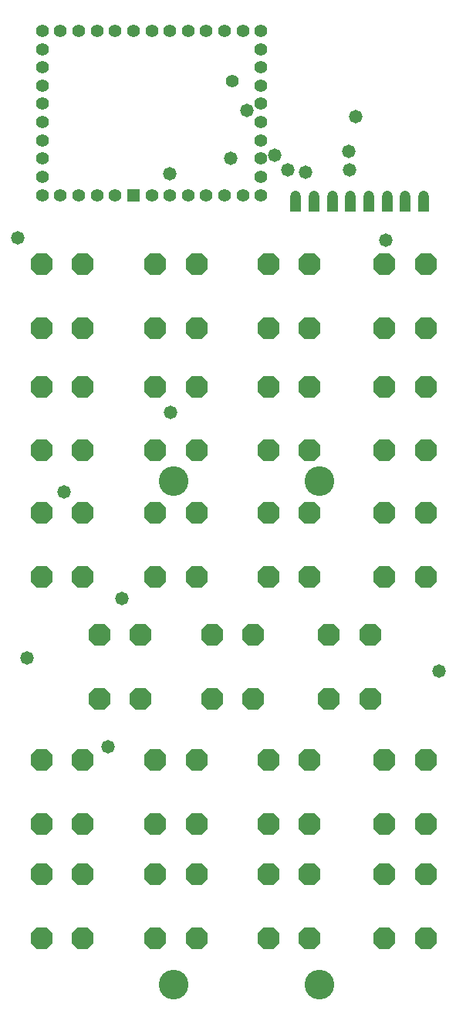
<source format=gts>
%FSLAX25Y25*%
%MOIN*%
G70*
G01*
G75*
G04 Layer_Color=8388736*
%ADD10R,0.03937X0.05906*%
%ADD11C,0.01000*%
%ADD12C,0.03000*%
%ADD13C,0.04724*%
%ADD14R,0.04724X0.04724*%
%ADD15C,0.12000*%
G04:AMPARAMS|DCode=16|XSize=82.68mil|YSize=82.68mil|CornerRadius=0mil|HoleSize=0mil|Usage=FLASHONLY|Rotation=90.000|XOffset=0mil|YOffset=0mil|HoleType=Round|Shape=Octagon|*
%AMOCTAGOND16*
4,1,8,0.02067,0.04134,-0.02067,0.04134,-0.04134,0.02067,-0.04134,-0.02067,-0.02067,-0.04134,0.02067,-0.04134,0.04134,-0.02067,0.04134,0.02067,0.02067,0.04134,0.0*
%
%ADD16OCTAGOND16*%

%ADD17C,0.03937*%
%ADD18C,0.05000*%
%ADD19C,0.00500*%
%ADD20C,0.00600*%
%ADD21R,0.04737X0.06706*%
%ADD22C,0.05524*%
%ADD23R,0.05524X0.05524*%
%ADD24C,0.12800*%
G04:AMPARAMS|DCode=25|XSize=90.68mil|YSize=90.68mil|CornerRadius=0mil|HoleSize=0mil|Usage=FLASHONLY|Rotation=90.000|XOffset=0mil|YOffset=0mil|HoleType=Round|Shape=Octagon|*
%AMOCTAGOND25*
4,1,8,0.02267,0.04534,-0.02267,0.04534,-0.04534,0.02267,-0.04534,-0.02267,-0.02267,-0.04534,0.02267,-0.04534,0.04534,-0.02267,0.04534,0.02267,0.02267,0.04534,0.0*
%
%ADD25OCTAGOND25*%

%ADD26C,0.04737*%
%ADD27C,0.05800*%
D21*
X128087Y359969D02*
D03*
X135961D02*
D03*
X143835D02*
D03*
X151709D02*
D03*
X159583D02*
D03*
X167457D02*
D03*
X175331D02*
D03*
X183205D02*
D03*
D22*
X18579Y363854D02*
D03*
Y371728D02*
D03*
Y379602D02*
D03*
Y387476D02*
D03*
Y395350D02*
D03*
Y403225D02*
D03*
Y411099D02*
D03*
Y418973D02*
D03*
Y426847D02*
D03*
Y434721D02*
D03*
X113067D02*
D03*
Y363854D02*
D03*
X105193D02*
D03*
X97319D02*
D03*
X89445D02*
D03*
X81571D02*
D03*
X73697D02*
D03*
X65823D02*
D03*
X113067Y371728D02*
D03*
Y379602D02*
D03*
Y387476D02*
D03*
Y395350D02*
D03*
Y403225D02*
D03*
Y411099D02*
D03*
Y418973D02*
D03*
Y426847D02*
D03*
X100520Y413189D02*
D03*
X105193Y434721D02*
D03*
X97319D02*
D03*
X89445D02*
D03*
X81571D02*
D03*
X73697D02*
D03*
X65823D02*
D03*
X57949D02*
D03*
X50075D02*
D03*
X42201D02*
D03*
X34327D02*
D03*
X26453D02*
D03*
Y363854D02*
D03*
X34327D02*
D03*
X42201D02*
D03*
X50075D02*
D03*
D23*
X57949D02*
D03*
D24*
X138322Y240290D02*
D03*
Y22967D02*
D03*
X75330D02*
D03*
Y240290D02*
D03*
D25*
X184157Y42988D02*
D03*
X166440D02*
D03*
X184157Y70547D02*
D03*
X166440D02*
D03*
X85152Y42988D02*
D03*
X67436D02*
D03*
X85152Y70547D02*
D03*
X67436D02*
D03*
X18314Y120083D02*
D03*
X36030D02*
D03*
X18314Y92523D02*
D03*
X36030D02*
D03*
X134047Y199144D02*
D03*
X116331D02*
D03*
X134047Y226704D02*
D03*
X116331D02*
D03*
X85152Y253622D02*
D03*
X67436D02*
D03*
X85152Y281182D02*
D03*
X67436D02*
D03*
X36030Y306411D02*
D03*
X18314D02*
D03*
X36030Y333971D02*
D03*
X18314D02*
D03*
X134047Y42988D02*
D03*
X116331D02*
D03*
X134047Y70547D02*
D03*
X116331D02*
D03*
X85152Y92523D02*
D03*
X67436D02*
D03*
X85152Y120083D02*
D03*
X67436D02*
D03*
X166440Y226704D02*
D03*
X184157D02*
D03*
X166440Y199144D02*
D03*
X184157D02*
D03*
X134047Y253622D02*
D03*
X116331D02*
D03*
X134047Y281182D02*
D03*
X116331D02*
D03*
X85152Y306411D02*
D03*
X67436D02*
D03*
X85152Y333971D02*
D03*
X67436D02*
D03*
X134047Y92523D02*
D03*
X116331D02*
D03*
X134047Y120083D02*
D03*
X116331D02*
D03*
X43259Y174043D02*
D03*
X60975D02*
D03*
X43259Y146484D02*
D03*
X60975D02*
D03*
X166440Y281182D02*
D03*
X184157D02*
D03*
X166440Y253622D02*
D03*
X184157D02*
D03*
X134047Y306411D02*
D03*
X116331D02*
D03*
X134047Y333971D02*
D03*
X116331D02*
D03*
X184157Y92523D02*
D03*
X166440D02*
D03*
X184157Y120083D02*
D03*
X166440D02*
D03*
X109731Y146484D02*
D03*
X92015D02*
D03*
X109731Y174043D02*
D03*
X92015D02*
D03*
X36030Y199144D02*
D03*
X18314D02*
D03*
X36030Y226704D02*
D03*
X18314D02*
D03*
X166440Y333971D02*
D03*
X184157D02*
D03*
X166440Y306411D02*
D03*
X184157D02*
D03*
X36030Y42988D02*
D03*
X18314D02*
D03*
X36030Y70547D02*
D03*
X18314D02*
D03*
X142409Y174043D02*
D03*
X160126D02*
D03*
X142409Y146484D02*
D03*
X160126D02*
D03*
X85152Y199144D02*
D03*
X67436D02*
D03*
X85152Y226704D02*
D03*
X67436D02*
D03*
X36030Y253622D02*
D03*
X18314D02*
D03*
X36030Y281182D02*
D03*
X18314D02*
D03*
D26*
X183205Y363469D02*
D03*
X175331D02*
D03*
X167457D02*
D03*
X159583D02*
D03*
X151709D02*
D03*
X143835D02*
D03*
X135961D02*
D03*
X128087D02*
D03*
D27*
X46999Y125809D02*
D03*
X27813Y235796D02*
D03*
X153930Y397762D02*
D03*
X107052Y400454D02*
D03*
X151064Y382720D02*
D03*
X118930Y380998D02*
D03*
X151138Y374720D02*
D03*
X73725Y373068D02*
D03*
X99853Y379769D02*
D03*
X52887Y189869D02*
D03*
X124483Y374569D02*
D03*
X166987Y344369D02*
D03*
X7887Y345369D02*
D03*
X11887Y164169D02*
D03*
X73987Y270169D02*
D03*
X132287Y373569D02*
D03*
X189887Y158294D02*
D03*
M02*

</source>
